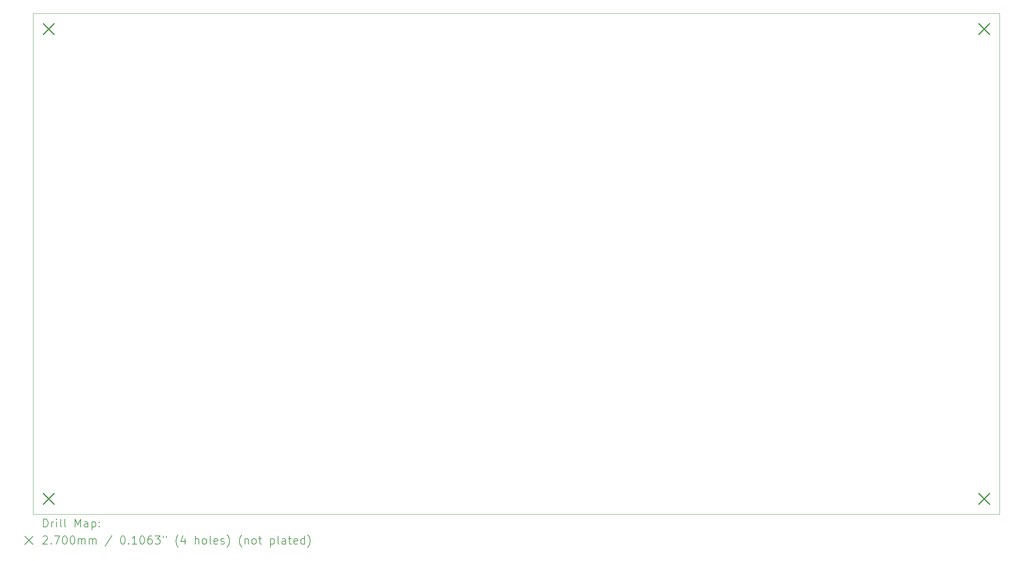
<source format=gbr>
%FSLAX45Y45*%
G04 Gerber Fmt 4.5, Leading zero omitted, Abs format (unit mm)*
G04 Created by KiCad (PCBNEW (6.0.5)) date 2022-11-22 19:08:03*
%MOMM*%
%LPD*%
G01*
G04 APERTURE LIST*
%TA.AperFunction,Profile*%
%ADD10C,0.100000*%
%TD*%
%ADD11C,0.200000*%
%ADD12C,0.270000*%
G04 APERTURE END LIST*
D10*
X10287000Y-8509000D02*
X34036000Y-8509000D01*
X34036000Y-8509000D02*
X34036000Y-20828000D01*
X34036000Y-20828000D02*
X10287000Y-20828000D01*
X10287000Y-20828000D02*
X10287000Y-8509000D01*
D11*
D12*
X10533000Y-8755000D02*
X10803000Y-9025000D01*
X10803000Y-8755000D02*
X10533000Y-9025000D01*
X10533000Y-20312000D02*
X10803000Y-20582000D01*
X10803000Y-20312000D02*
X10533000Y-20582000D01*
X33520000Y-8755000D02*
X33790000Y-9025000D01*
X33790000Y-8755000D02*
X33520000Y-9025000D01*
X33520000Y-20312000D02*
X33790000Y-20582000D01*
X33790000Y-20312000D02*
X33520000Y-20582000D01*
D11*
X10539619Y-21143476D02*
X10539619Y-20943476D01*
X10587238Y-20943476D01*
X10615810Y-20953000D01*
X10634857Y-20972048D01*
X10644381Y-20991095D01*
X10653905Y-21029190D01*
X10653905Y-21057762D01*
X10644381Y-21095857D01*
X10634857Y-21114905D01*
X10615810Y-21133952D01*
X10587238Y-21143476D01*
X10539619Y-21143476D01*
X10739619Y-21143476D02*
X10739619Y-21010143D01*
X10739619Y-21048238D02*
X10749143Y-21029190D01*
X10758667Y-21019667D01*
X10777714Y-21010143D01*
X10796762Y-21010143D01*
X10863429Y-21143476D02*
X10863429Y-21010143D01*
X10863429Y-20943476D02*
X10853905Y-20953000D01*
X10863429Y-20962524D01*
X10872952Y-20953000D01*
X10863429Y-20943476D01*
X10863429Y-20962524D01*
X10987238Y-21143476D02*
X10968190Y-21133952D01*
X10958667Y-21114905D01*
X10958667Y-20943476D01*
X11092000Y-21143476D02*
X11072952Y-21133952D01*
X11063429Y-21114905D01*
X11063429Y-20943476D01*
X11320571Y-21143476D02*
X11320571Y-20943476D01*
X11387238Y-21086333D01*
X11453905Y-20943476D01*
X11453905Y-21143476D01*
X11634857Y-21143476D02*
X11634857Y-21038714D01*
X11625333Y-21019667D01*
X11606286Y-21010143D01*
X11568190Y-21010143D01*
X11549143Y-21019667D01*
X11634857Y-21133952D02*
X11615809Y-21143476D01*
X11568190Y-21143476D01*
X11549143Y-21133952D01*
X11539619Y-21114905D01*
X11539619Y-21095857D01*
X11549143Y-21076810D01*
X11568190Y-21067286D01*
X11615809Y-21067286D01*
X11634857Y-21057762D01*
X11730095Y-21010143D02*
X11730095Y-21210143D01*
X11730095Y-21019667D02*
X11749143Y-21010143D01*
X11787238Y-21010143D01*
X11806286Y-21019667D01*
X11815809Y-21029190D01*
X11825333Y-21048238D01*
X11825333Y-21105381D01*
X11815809Y-21124429D01*
X11806286Y-21133952D01*
X11787238Y-21143476D01*
X11749143Y-21143476D01*
X11730095Y-21133952D01*
X11911048Y-21124429D02*
X11920571Y-21133952D01*
X11911048Y-21143476D01*
X11901524Y-21133952D01*
X11911048Y-21124429D01*
X11911048Y-21143476D01*
X11911048Y-21019667D02*
X11920571Y-21029190D01*
X11911048Y-21038714D01*
X11901524Y-21029190D01*
X11911048Y-21019667D01*
X11911048Y-21038714D01*
X10082000Y-21373000D02*
X10282000Y-21573000D01*
X10282000Y-21373000D02*
X10082000Y-21573000D01*
X10530095Y-21382524D02*
X10539619Y-21373000D01*
X10558667Y-21363476D01*
X10606286Y-21363476D01*
X10625333Y-21373000D01*
X10634857Y-21382524D01*
X10644381Y-21401571D01*
X10644381Y-21420619D01*
X10634857Y-21449190D01*
X10520571Y-21563476D01*
X10644381Y-21563476D01*
X10730095Y-21544429D02*
X10739619Y-21553952D01*
X10730095Y-21563476D01*
X10720571Y-21553952D01*
X10730095Y-21544429D01*
X10730095Y-21563476D01*
X10806286Y-21363476D02*
X10939619Y-21363476D01*
X10853905Y-21563476D01*
X11053905Y-21363476D02*
X11072952Y-21363476D01*
X11092000Y-21373000D01*
X11101524Y-21382524D01*
X11111048Y-21401571D01*
X11120571Y-21439667D01*
X11120571Y-21487286D01*
X11111048Y-21525381D01*
X11101524Y-21544429D01*
X11092000Y-21553952D01*
X11072952Y-21563476D01*
X11053905Y-21563476D01*
X11034857Y-21553952D01*
X11025333Y-21544429D01*
X11015810Y-21525381D01*
X11006286Y-21487286D01*
X11006286Y-21439667D01*
X11015810Y-21401571D01*
X11025333Y-21382524D01*
X11034857Y-21373000D01*
X11053905Y-21363476D01*
X11244381Y-21363476D02*
X11263428Y-21363476D01*
X11282476Y-21373000D01*
X11292000Y-21382524D01*
X11301524Y-21401571D01*
X11311048Y-21439667D01*
X11311048Y-21487286D01*
X11301524Y-21525381D01*
X11292000Y-21544429D01*
X11282476Y-21553952D01*
X11263428Y-21563476D01*
X11244381Y-21563476D01*
X11225333Y-21553952D01*
X11215809Y-21544429D01*
X11206286Y-21525381D01*
X11196762Y-21487286D01*
X11196762Y-21439667D01*
X11206286Y-21401571D01*
X11215809Y-21382524D01*
X11225333Y-21373000D01*
X11244381Y-21363476D01*
X11396762Y-21563476D02*
X11396762Y-21430143D01*
X11396762Y-21449190D02*
X11406286Y-21439667D01*
X11425333Y-21430143D01*
X11453905Y-21430143D01*
X11472952Y-21439667D01*
X11482476Y-21458714D01*
X11482476Y-21563476D01*
X11482476Y-21458714D02*
X11492000Y-21439667D01*
X11511048Y-21430143D01*
X11539619Y-21430143D01*
X11558667Y-21439667D01*
X11568190Y-21458714D01*
X11568190Y-21563476D01*
X11663428Y-21563476D02*
X11663428Y-21430143D01*
X11663428Y-21449190D02*
X11672952Y-21439667D01*
X11692000Y-21430143D01*
X11720571Y-21430143D01*
X11739619Y-21439667D01*
X11749143Y-21458714D01*
X11749143Y-21563476D01*
X11749143Y-21458714D02*
X11758667Y-21439667D01*
X11777714Y-21430143D01*
X11806286Y-21430143D01*
X11825333Y-21439667D01*
X11834857Y-21458714D01*
X11834857Y-21563476D01*
X12225333Y-21353952D02*
X12053905Y-21611095D01*
X12482476Y-21363476D02*
X12501524Y-21363476D01*
X12520571Y-21373000D01*
X12530095Y-21382524D01*
X12539619Y-21401571D01*
X12549143Y-21439667D01*
X12549143Y-21487286D01*
X12539619Y-21525381D01*
X12530095Y-21544429D01*
X12520571Y-21553952D01*
X12501524Y-21563476D01*
X12482476Y-21563476D01*
X12463428Y-21553952D01*
X12453905Y-21544429D01*
X12444381Y-21525381D01*
X12434857Y-21487286D01*
X12434857Y-21439667D01*
X12444381Y-21401571D01*
X12453905Y-21382524D01*
X12463428Y-21373000D01*
X12482476Y-21363476D01*
X12634857Y-21544429D02*
X12644381Y-21553952D01*
X12634857Y-21563476D01*
X12625333Y-21553952D01*
X12634857Y-21544429D01*
X12634857Y-21563476D01*
X12834857Y-21563476D02*
X12720571Y-21563476D01*
X12777714Y-21563476D02*
X12777714Y-21363476D01*
X12758667Y-21392048D01*
X12739619Y-21411095D01*
X12720571Y-21420619D01*
X12958667Y-21363476D02*
X12977714Y-21363476D01*
X12996762Y-21373000D01*
X13006286Y-21382524D01*
X13015809Y-21401571D01*
X13025333Y-21439667D01*
X13025333Y-21487286D01*
X13015809Y-21525381D01*
X13006286Y-21544429D01*
X12996762Y-21553952D01*
X12977714Y-21563476D01*
X12958667Y-21563476D01*
X12939619Y-21553952D01*
X12930095Y-21544429D01*
X12920571Y-21525381D01*
X12911048Y-21487286D01*
X12911048Y-21439667D01*
X12920571Y-21401571D01*
X12930095Y-21382524D01*
X12939619Y-21373000D01*
X12958667Y-21363476D01*
X13196762Y-21363476D02*
X13158667Y-21363476D01*
X13139619Y-21373000D01*
X13130095Y-21382524D01*
X13111048Y-21411095D01*
X13101524Y-21449190D01*
X13101524Y-21525381D01*
X13111048Y-21544429D01*
X13120571Y-21553952D01*
X13139619Y-21563476D01*
X13177714Y-21563476D01*
X13196762Y-21553952D01*
X13206286Y-21544429D01*
X13215809Y-21525381D01*
X13215809Y-21477762D01*
X13206286Y-21458714D01*
X13196762Y-21449190D01*
X13177714Y-21439667D01*
X13139619Y-21439667D01*
X13120571Y-21449190D01*
X13111048Y-21458714D01*
X13101524Y-21477762D01*
X13282476Y-21363476D02*
X13406286Y-21363476D01*
X13339619Y-21439667D01*
X13368190Y-21439667D01*
X13387238Y-21449190D01*
X13396762Y-21458714D01*
X13406286Y-21477762D01*
X13406286Y-21525381D01*
X13396762Y-21544429D01*
X13387238Y-21553952D01*
X13368190Y-21563476D01*
X13311048Y-21563476D01*
X13292000Y-21553952D01*
X13282476Y-21544429D01*
X13482476Y-21363476D02*
X13482476Y-21401571D01*
X13558667Y-21363476D02*
X13558667Y-21401571D01*
X13853905Y-21639667D02*
X13844381Y-21630143D01*
X13825333Y-21601571D01*
X13815809Y-21582524D01*
X13806286Y-21553952D01*
X13796762Y-21506333D01*
X13796762Y-21468238D01*
X13806286Y-21420619D01*
X13815809Y-21392048D01*
X13825333Y-21373000D01*
X13844381Y-21344429D01*
X13853905Y-21334905D01*
X14015809Y-21430143D02*
X14015809Y-21563476D01*
X13968190Y-21353952D02*
X13920571Y-21496810D01*
X14044381Y-21496810D01*
X14272952Y-21563476D02*
X14272952Y-21363476D01*
X14358667Y-21563476D02*
X14358667Y-21458714D01*
X14349143Y-21439667D01*
X14330095Y-21430143D01*
X14301524Y-21430143D01*
X14282476Y-21439667D01*
X14272952Y-21449190D01*
X14482476Y-21563476D02*
X14463428Y-21553952D01*
X14453905Y-21544429D01*
X14444381Y-21525381D01*
X14444381Y-21468238D01*
X14453905Y-21449190D01*
X14463428Y-21439667D01*
X14482476Y-21430143D01*
X14511048Y-21430143D01*
X14530095Y-21439667D01*
X14539619Y-21449190D01*
X14549143Y-21468238D01*
X14549143Y-21525381D01*
X14539619Y-21544429D01*
X14530095Y-21553952D01*
X14511048Y-21563476D01*
X14482476Y-21563476D01*
X14663428Y-21563476D02*
X14644381Y-21553952D01*
X14634857Y-21534905D01*
X14634857Y-21363476D01*
X14815809Y-21553952D02*
X14796762Y-21563476D01*
X14758667Y-21563476D01*
X14739619Y-21553952D01*
X14730095Y-21534905D01*
X14730095Y-21458714D01*
X14739619Y-21439667D01*
X14758667Y-21430143D01*
X14796762Y-21430143D01*
X14815809Y-21439667D01*
X14825333Y-21458714D01*
X14825333Y-21477762D01*
X14730095Y-21496810D01*
X14901524Y-21553952D02*
X14920571Y-21563476D01*
X14958667Y-21563476D01*
X14977714Y-21553952D01*
X14987238Y-21534905D01*
X14987238Y-21525381D01*
X14977714Y-21506333D01*
X14958667Y-21496810D01*
X14930095Y-21496810D01*
X14911048Y-21487286D01*
X14901524Y-21468238D01*
X14901524Y-21458714D01*
X14911048Y-21439667D01*
X14930095Y-21430143D01*
X14958667Y-21430143D01*
X14977714Y-21439667D01*
X15053905Y-21639667D02*
X15063428Y-21630143D01*
X15082476Y-21601571D01*
X15092000Y-21582524D01*
X15101524Y-21553952D01*
X15111048Y-21506333D01*
X15111048Y-21468238D01*
X15101524Y-21420619D01*
X15092000Y-21392048D01*
X15082476Y-21373000D01*
X15063428Y-21344429D01*
X15053905Y-21334905D01*
X15415809Y-21639667D02*
X15406286Y-21630143D01*
X15387238Y-21601571D01*
X15377714Y-21582524D01*
X15368190Y-21553952D01*
X15358667Y-21506333D01*
X15358667Y-21468238D01*
X15368190Y-21420619D01*
X15377714Y-21392048D01*
X15387238Y-21373000D01*
X15406286Y-21344429D01*
X15415809Y-21334905D01*
X15492000Y-21430143D02*
X15492000Y-21563476D01*
X15492000Y-21449190D02*
X15501524Y-21439667D01*
X15520571Y-21430143D01*
X15549143Y-21430143D01*
X15568190Y-21439667D01*
X15577714Y-21458714D01*
X15577714Y-21563476D01*
X15701524Y-21563476D02*
X15682476Y-21553952D01*
X15672952Y-21544429D01*
X15663428Y-21525381D01*
X15663428Y-21468238D01*
X15672952Y-21449190D01*
X15682476Y-21439667D01*
X15701524Y-21430143D01*
X15730095Y-21430143D01*
X15749143Y-21439667D01*
X15758667Y-21449190D01*
X15768190Y-21468238D01*
X15768190Y-21525381D01*
X15758667Y-21544429D01*
X15749143Y-21553952D01*
X15730095Y-21563476D01*
X15701524Y-21563476D01*
X15825333Y-21430143D02*
X15901524Y-21430143D01*
X15853905Y-21363476D02*
X15853905Y-21534905D01*
X15863428Y-21553952D01*
X15882476Y-21563476D01*
X15901524Y-21563476D01*
X16120571Y-21430143D02*
X16120571Y-21630143D01*
X16120571Y-21439667D02*
X16139619Y-21430143D01*
X16177714Y-21430143D01*
X16196762Y-21439667D01*
X16206286Y-21449190D01*
X16215809Y-21468238D01*
X16215809Y-21525381D01*
X16206286Y-21544429D01*
X16196762Y-21553952D01*
X16177714Y-21563476D01*
X16139619Y-21563476D01*
X16120571Y-21553952D01*
X16330095Y-21563476D02*
X16311048Y-21553952D01*
X16301524Y-21534905D01*
X16301524Y-21363476D01*
X16492000Y-21563476D02*
X16492000Y-21458714D01*
X16482476Y-21439667D01*
X16463428Y-21430143D01*
X16425333Y-21430143D01*
X16406286Y-21439667D01*
X16492000Y-21553952D02*
X16472952Y-21563476D01*
X16425333Y-21563476D01*
X16406286Y-21553952D01*
X16396762Y-21534905D01*
X16396762Y-21515857D01*
X16406286Y-21496810D01*
X16425333Y-21487286D01*
X16472952Y-21487286D01*
X16492000Y-21477762D01*
X16558667Y-21430143D02*
X16634857Y-21430143D01*
X16587238Y-21363476D02*
X16587238Y-21534905D01*
X16596762Y-21553952D01*
X16615809Y-21563476D01*
X16634857Y-21563476D01*
X16777714Y-21553952D02*
X16758667Y-21563476D01*
X16720571Y-21563476D01*
X16701524Y-21553952D01*
X16692000Y-21534905D01*
X16692000Y-21458714D01*
X16701524Y-21439667D01*
X16720571Y-21430143D01*
X16758667Y-21430143D01*
X16777714Y-21439667D01*
X16787238Y-21458714D01*
X16787238Y-21477762D01*
X16692000Y-21496810D01*
X16958667Y-21563476D02*
X16958667Y-21363476D01*
X16958667Y-21553952D02*
X16939619Y-21563476D01*
X16901524Y-21563476D01*
X16882476Y-21553952D01*
X16872952Y-21544429D01*
X16863429Y-21525381D01*
X16863429Y-21468238D01*
X16872952Y-21449190D01*
X16882476Y-21439667D01*
X16901524Y-21430143D01*
X16939619Y-21430143D01*
X16958667Y-21439667D01*
X17034857Y-21639667D02*
X17044381Y-21630143D01*
X17063429Y-21601571D01*
X17072952Y-21582524D01*
X17082476Y-21553952D01*
X17092000Y-21506333D01*
X17092000Y-21468238D01*
X17082476Y-21420619D01*
X17072952Y-21392048D01*
X17063429Y-21373000D01*
X17044381Y-21344429D01*
X17034857Y-21334905D01*
M02*

</source>
